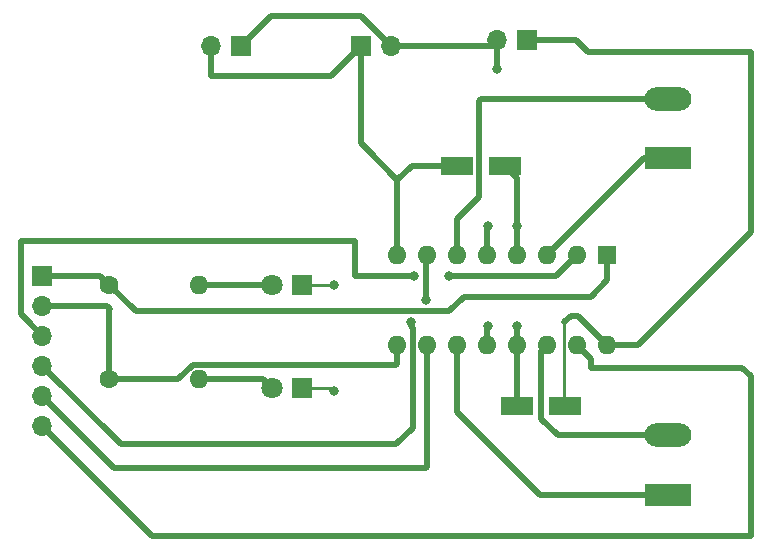
<source format=gbr>
%TF.GenerationSoftware,KiCad,Pcbnew,(6.0.4)*%
%TF.CreationDate,2022-10-15T21:28:15-07:00*%
%TF.ProjectId,RaspiCar_PCB1,52617370-6943-4617-925f-504342312e6b,rev?*%
%TF.SameCoordinates,Original*%
%TF.FileFunction,Copper,L1,Top*%
%TF.FilePolarity,Positive*%
%FSLAX46Y46*%
G04 Gerber Fmt 4.6, Leading zero omitted, Abs format (unit mm)*
G04 Created by KiCad (PCBNEW (6.0.4)) date 2022-10-15 21:28:15*
%MOMM*%
%LPD*%
G01*
G04 APERTURE LIST*
G04 Aperture macros list*
%AMRoundRect*
0 Rectangle with rounded corners*
0 $1 Rounding radius*
0 $2 $3 $4 $5 $6 $7 $8 $9 X,Y pos of 4 corners*
0 Add a 4 corners polygon primitive as box body*
4,1,4,$2,$3,$4,$5,$6,$7,$8,$9,$2,$3,0*
0 Add four circle primitives for the rounded corners*
1,1,$1+$1,$2,$3*
1,1,$1+$1,$4,$5*
1,1,$1+$1,$6,$7*
1,1,$1+$1,$8,$9*
0 Add four rect primitives between the rounded corners*
20,1,$1+$1,$2,$3,$4,$5,0*
20,1,$1+$1,$4,$5,$6,$7,0*
20,1,$1+$1,$6,$7,$8,$9,0*
20,1,$1+$1,$8,$9,$2,$3,0*%
G04 Aperture macros list end*
%TA.AperFunction,ComponentPad*%
%ADD10R,1.700000X1.700000*%
%TD*%
%TA.AperFunction,ComponentPad*%
%ADD11O,1.700000X1.700000*%
%TD*%
%TA.AperFunction,SMDPad,CuDef*%
%ADD12RoundRect,0.250000X-1.137500X-0.550000X1.137500X-0.550000X1.137500X0.550000X-1.137500X0.550000X0*%
%TD*%
%TA.AperFunction,ComponentPad*%
%ADD13R,1.800000X1.800000*%
%TD*%
%TA.AperFunction,ComponentPad*%
%ADD14C,1.800000*%
%TD*%
%TA.AperFunction,ComponentPad*%
%ADD15C,1.600000*%
%TD*%
%TA.AperFunction,ComponentPad*%
%ADD16O,1.600000X1.600000*%
%TD*%
%TA.AperFunction,SMDPad,CuDef*%
%ADD17RoundRect,0.250000X1.137500X0.550000X-1.137500X0.550000X-1.137500X-0.550000X1.137500X-0.550000X0*%
%TD*%
%TA.AperFunction,ComponentPad*%
%ADD18R,3.960000X1.980000*%
%TD*%
%TA.AperFunction,ComponentPad*%
%ADD19O,3.960000X1.980000*%
%TD*%
%TA.AperFunction,ComponentPad*%
%ADD20R,1.600000X1.600000*%
%TD*%
%TA.AperFunction,ViaPad*%
%ADD21C,0.800000*%
%TD*%
%TA.AperFunction,Conductor*%
%ADD22C,0.500000*%
%TD*%
%TA.AperFunction,Conductor*%
%ADD23C,0.250000*%
%TD*%
G04 APERTURE END LIST*
D10*
%TO.P,PWR_GND,1,Pin_1*%
%TO.N,+7.5V*%
X175260000Y-78740000D03*
D11*
%TO.P,PWR_GND,2,Pin_2*%
%TO.N,GND*%
X177800000Y-78740000D03*
%TD*%
D12*
%TO.P,C1,1*%
%TO.N,+7.5V*%
X183357500Y-88900000D03*
%TO.P,C1,2*%
%TO.N,GND*%
X187482500Y-88900000D03*
%TD*%
D13*
%TO.P,LED1,1,K*%
%TO.N,GND*%
X170275000Y-99000000D03*
D14*
%TO.P,LED1,2,A*%
%TO.N,Net-(LED1-Pad2)*%
X167735000Y-99000000D03*
%TD*%
D10*
%TO.P,ServoPWR,1,Pin_1*%
%TO.N,GND*%
X165100000Y-78740000D03*
D11*
%TO.P,ServoPWR,2,Pin_2*%
%TO.N,+7.5V*%
X162560000Y-78740000D03*
%TD*%
D15*
%TO.P,R1,1*%
%TO.N,Net-(L293D1-Pad1)*%
X153940000Y-99000000D03*
D16*
%TO.P,R1,2*%
%TO.N,Net-(LED1-Pad2)*%
X161560000Y-99000000D03*
%TD*%
D17*
%TO.P,C2,1*%
%TO.N,+5V*%
X192562500Y-109220000D03*
%TO.P,C2,2*%
%TO.N,GND*%
X188437500Y-109220000D03*
%TD*%
D10*
%TO.P,Raspi_Logic1,1,Pin_1*%
%TO.N,Net-(L293D1-Pad1)*%
X148250000Y-98210000D03*
D11*
%TO.P,Raspi_Logic1,2,Pin_2*%
%TO.N,Net-(L293D1-Pad9)*%
X148250000Y-100750000D03*
%TO.P,Raspi_Logic1,3,Pin_3*%
%TO.N,Net-(L293D1-Pad2)*%
X148250000Y-103290000D03*
%TO.P,Raspi_Logic1,4,Pin_4*%
%TO.N,Net-(L293D1-Pad7)*%
X148250000Y-105830000D03*
%TO.P,Raspi_Logic1,5,Pin_5*%
%TO.N,Net-(L293D1-Pad10)*%
X148250000Y-108370000D03*
%TO.P,Raspi_Logic1,6,Pin_6*%
%TO.N,Net-(L293D1-Pad15)*%
X148250000Y-110910000D03*
%TD*%
D18*
%TO.P,Motor_1,1,Pin_1*%
%TO.N,Net-(L293D1-Pad3)*%
X201250000Y-88265000D03*
D19*
%TO.P,Motor_1,2,Pin_2*%
%TO.N,Net-(L293D1-Pad6)*%
X201250000Y-83265000D03*
%TD*%
D15*
%TO.P,R2,1*%
%TO.N,Net-(L293D1-Pad9)*%
X153940000Y-107000000D03*
D16*
%TO.P,R2,2*%
%TO.N,Net-(LED2-Pad2)*%
X161560000Y-107000000D03*
%TD*%
D18*
%TO.P,Motor_2,1,Pin_1*%
%TO.N,Net-(L293D1-Pad11)*%
X201250000Y-116750000D03*
D19*
%TO.P,Motor_2,2,Pin_2*%
%TO.N,Net-(L293D1-Pad14)*%
X201250000Y-111750000D03*
%TD*%
D13*
%TO.P,LED2,1,K*%
%TO.N,GND*%
X170250000Y-107750000D03*
D14*
%TO.P,LED2,2,A*%
%TO.N,Net-(LED2-Pad2)*%
X167710000Y-107750000D03*
%TD*%
D20*
%TO.P,L293D1,1,EN1\u002C2*%
%TO.N,Net-(L293D1-Pad1)*%
X196125000Y-96450000D03*
D16*
%TO.P,L293D1,2,1A*%
%TO.N,Net-(L293D1-Pad2)*%
X193585000Y-96450000D03*
%TO.P,L293D1,3,1Y*%
%TO.N,Net-(L293D1-Pad3)*%
X191045000Y-96450000D03*
%TO.P,L293D1,4,GND*%
%TO.N,GND*%
X188505000Y-96450000D03*
%TO.P,L293D1,5,GND*%
X185965000Y-96450000D03*
%TO.P,L293D1,6,2Y*%
%TO.N,Net-(L293D1-Pad6)*%
X183425000Y-96450000D03*
%TO.P,L293D1,7,2A*%
%TO.N,Net-(L293D1-Pad7)*%
X180885000Y-96450000D03*
%TO.P,L293D1,8,VCC2*%
%TO.N,+7.5V*%
X178345000Y-96450000D03*
%TO.P,L293D1,9,EN3\u002C4*%
%TO.N,Net-(L293D1-Pad9)*%
X178345000Y-104070000D03*
%TO.P,L293D1,10,3A*%
%TO.N,Net-(L293D1-Pad10)*%
X180885000Y-104070000D03*
%TO.P,L293D1,11,3Y*%
%TO.N,Net-(L293D1-Pad11)*%
X183425000Y-104070000D03*
%TO.P,L293D1,12,GND*%
%TO.N,GND*%
X185965000Y-104070000D03*
%TO.P,L293D1,13,GND*%
X188505000Y-104070000D03*
%TO.P,L293D1,14,4Y*%
%TO.N,Net-(L293D1-Pad14)*%
X191045000Y-104070000D03*
%TO.P,L293D1,15,4A*%
%TO.N,Net-(L293D1-Pad15)*%
X193585000Y-104070000D03*
%TO.P,L293D1,16,VCC1*%
%TO.N,+5V*%
X196125000Y-104070000D03*
%TD*%
D10*
%TO.P,Raspi_PWR1,1,Pin_1*%
%TO.N,+5V*%
X189275000Y-78250000D03*
D11*
%TO.P,Raspi_PWR1,2,Pin_2*%
%TO.N,GND*%
X186735000Y-78250000D03*
%TD*%
D21*
%TO.N,GND*%
X173000000Y-99000000D03*
X186000000Y-102500000D03*
X173000000Y-108000000D03*
X188500000Y-102500000D03*
X186000000Y-94000000D03*
X186750000Y-80750000D03*
X188500000Y-94000000D03*
%TO.N,Net-(L293D1-Pad2)*%
X182750000Y-98250000D03*
X179750000Y-98250000D03*
%TO.N,Net-(L293D1-Pad7)*%
X180750000Y-100250000D03*
X179500000Y-102099500D03*
%TD*%
D22*
%TO.N,GND*%
X167640000Y-76200000D02*
X175260000Y-76200000D01*
X165100000Y-78740000D02*
X167640000Y-76200000D01*
X175260000Y-76200000D02*
X177800000Y-78740000D01*
%TO.N,+7.5V*%
X162560000Y-81280000D02*
X162560000Y-78740000D01*
X172720000Y-81280000D02*
X162560000Y-81280000D01*
X175260000Y-78740000D02*
X172720000Y-81280000D01*
D23*
%TO.N,GND*%
X186245000Y-78740000D02*
X186735000Y-78250000D01*
D22*
X177800000Y-78740000D02*
X186245000Y-78740000D01*
%TO.N,+7.5V*%
X175260000Y-87010000D02*
X175750000Y-87500000D01*
X175260000Y-78740000D02*
X175260000Y-87010000D01*
%TO.N,GND*%
X188505000Y-109152500D02*
X188505000Y-104070000D01*
D23*
X188437500Y-109220000D02*
X188505000Y-109152500D01*
D22*
%TO.N,Net-(L293D1-Pad6)*%
X185420000Y-83265000D02*
X201250000Y-83265000D01*
X185275489Y-91584511D02*
X185275489Y-83409511D01*
X185275489Y-83409511D02*
X185420000Y-83265000D01*
X183425000Y-93435000D02*
X185275489Y-91584511D01*
X183425000Y-96450000D02*
X183425000Y-93435000D01*
D23*
%TO.N,+5V*%
X192460489Y-109117989D02*
X192460489Y-102179511D01*
X192562500Y-109220000D02*
X192460489Y-109117989D01*
D22*
X193655000Y-101600000D02*
X196125000Y-104070000D01*
X193040000Y-101600000D02*
X193655000Y-101600000D01*
X192460489Y-102179511D02*
X193040000Y-101600000D01*
%TO.N,Net-(L293D1-Pad11)*%
X190410000Y-116750000D02*
X183425000Y-109765000D01*
X183425000Y-109765000D02*
X183425000Y-104070000D01*
X201250000Y-116750000D02*
X190410000Y-116750000D01*
%TO.N,Net-(L293D1-Pad14)*%
X191917494Y-111750000D02*
X201250000Y-111750000D01*
X190500000Y-104615000D02*
X190500000Y-110332506D01*
X190500000Y-110332506D02*
X191917494Y-111750000D01*
X191045000Y-104070000D02*
X190500000Y-104615000D01*
%TO.N,GND*%
X188505000Y-94005000D02*
X188500000Y-94000000D01*
X185965000Y-104070000D02*
X185965000Y-102535000D01*
X186735000Y-80735000D02*
X186750000Y-80750000D01*
D23*
X170250000Y-107750000D02*
X172750000Y-107750000D01*
D22*
X188500000Y-89917500D02*
X187482500Y-88900000D01*
X186735000Y-78250000D02*
X186735000Y-80735000D01*
X185965000Y-102535000D02*
X186000000Y-102500000D01*
X186000000Y-94000000D02*
X185965000Y-94035000D01*
X185965000Y-94035000D02*
X185965000Y-96450000D01*
D23*
X172750000Y-107750000D02*
X173000000Y-108000000D01*
D22*
X188505000Y-96450000D02*
X188505000Y-94005000D01*
D23*
X170275000Y-99000000D02*
X173000000Y-99000000D01*
D22*
X188505000Y-104070000D02*
X188505000Y-102505000D01*
X188505000Y-102505000D02*
X188500000Y-102500000D01*
X188500000Y-94000000D02*
X188500000Y-89917500D01*
%TO.N,+7.5V*%
X179540000Y-88900000D02*
X183357500Y-88900000D01*
X178345000Y-90095000D02*
X175750000Y-87500000D01*
X178345000Y-96450000D02*
X178345000Y-90095000D01*
X178345000Y-90095000D02*
X179540000Y-88900000D01*
%TO.N,+5V*%
X193500000Y-78250000D02*
X194500000Y-79250000D01*
X189275000Y-78250000D02*
X193500000Y-78250000D01*
X194500000Y-79250000D02*
X208250000Y-79250000D01*
X208250000Y-79250000D02*
X208250000Y-94500000D01*
X208250000Y-94500000D02*
X198680000Y-104070000D01*
X198680000Y-104070000D02*
X196125000Y-104070000D01*
%TO.N,Net-(L293D1-Pad2)*%
X182750000Y-98250000D02*
X191785000Y-98250000D01*
X148250000Y-103290000D02*
X146950489Y-101990489D01*
X174750000Y-95250000D02*
X174750000Y-98250000D01*
X146500000Y-101500000D02*
X146950489Y-101950489D01*
X174750000Y-98250000D02*
X179750000Y-98250000D01*
X146500000Y-95250000D02*
X146500000Y-101500000D01*
X146500000Y-95250000D02*
X174750000Y-95250000D01*
X146950489Y-101990489D02*
X146950489Y-101950489D01*
X191785000Y-98250000D02*
X193585000Y-96450000D01*
%TO.N,Net-(LED1-Pad2)*%
X161560000Y-99000000D02*
X167735000Y-99000000D01*
%TO.N,Net-(LED2-Pad2)*%
X166960000Y-107000000D02*
X167710000Y-107750000D01*
X161560000Y-107000000D02*
X166960000Y-107000000D01*
%TO.N,Net-(L293D1-Pad3)*%
X199230000Y-88265000D02*
X191045000Y-96450000D01*
X201250000Y-88265000D02*
X199230000Y-88265000D01*
%TO.N,Net-(L293D1-Pad7)*%
X179500000Y-102099500D02*
X179500000Y-102479022D01*
X179635489Y-102614511D02*
X179635489Y-111114511D01*
X179500000Y-102479022D02*
X179635489Y-102614511D01*
X178250000Y-112500000D02*
X154920000Y-112500000D01*
X180750000Y-100250000D02*
X180750000Y-96585000D01*
X179635489Y-111114511D02*
X178250000Y-112500000D01*
X154920000Y-112500000D02*
X148250000Y-105830000D01*
X180750000Y-96585000D02*
X180885000Y-96450000D01*
%TO.N,Net-(L293D1-Pad10)*%
X148250000Y-108370000D02*
X154380000Y-114500000D01*
X180885000Y-114365000D02*
X180885000Y-104070000D01*
X154380000Y-114500000D02*
X180750000Y-114500000D01*
X180750000Y-114500000D02*
X180885000Y-114365000D01*
%TO.N,Net-(L293D1-Pad15)*%
X208250000Y-106750000D02*
X207500000Y-106000000D01*
X194750000Y-106000000D02*
X194750000Y-105235000D01*
X208250000Y-120250000D02*
X208250000Y-106750000D01*
X148250000Y-110910000D02*
X157590000Y-120250000D01*
X157590000Y-120250000D02*
X208250000Y-120250000D01*
X207500000Y-106000000D02*
X194750000Y-106000000D01*
X194750000Y-105235000D02*
X193585000Y-104070000D01*
%TO.N,Net-(L293D1-Pad1)*%
X184000000Y-100000000D02*
X194750000Y-100000000D01*
X182750000Y-101250000D02*
X184000000Y-100000000D01*
X153940000Y-99000000D02*
X156190000Y-101250000D01*
X153150000Y-98210000D02*
X153940000Y-99000000D01*
X196125000Y-98625000D02*
X196125000Y-96450000D01*
X148250000Y-98210000D02*
X153150000Y-98210000D01*
X156190000Y-101250000D02*
X182750000Y-101250000D01*
X194750000Y-100000000D02*
X196125000Y-98625000D01*
%TO.N,Net-(L293D1-Pad9)*%
X148250000Y-100750000D02*
X153750000Y-100750000D01*
X153940000Y-101060000D02*
X153940000Y-107000000D01*
X178250000Y-105750000D02*
X178345000Y-105655000D01*
X161000000Y-105750000D02*
X178250000Y-105750000D01*
X178345000Y-105655000D02*
X178345000Y-104070000D01*
X154000000Y-101000000D02*
X153940000Y-101060000D01*
X153750000Y-100750000D02*
X154000000Y-101000000D01*
X159750000Y-107000000D02*
X161000000Y-105750000D01*
X153940000Y-107000000D02*
X159750000Y-107000000D01*
%TD*%
M02*

</source>
